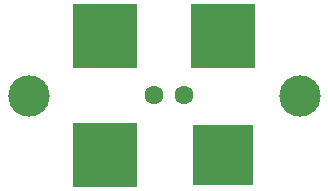
<source format=gbr>
G04 (created by PCBNEW (2013-may-18)-stable) date Пт 28 авг 2015 20:33:06*
%MOIN*%
G04 Gerber Fmt 3.4, Leading zero omitted, Abs format*
%FSLAX34Y34*%
G01*
G70*
G90*
G04 APERTURE LIST*
%ADD10C,0.00393701*%
%ADD11C,0.0629921*%
%ADD12R,0.204724X0.204724*%
%ADD13R,0.212598X0.212598*%
%ADD14C,0.137795*%
G04 APERTURE END LIST*
G54D10*
G54D11*
X11174Y-10141D03*
X12174Y-10141D03*
G54D12*
X13501Y-12113D03*
G54D13*
X9564Y-12113D03*
X13501Y-8176D03*
X9564Y-8176D03*
G54D14*
X16060Y-10145D03*
X7005Y-10145D03*
M02*

</source>
